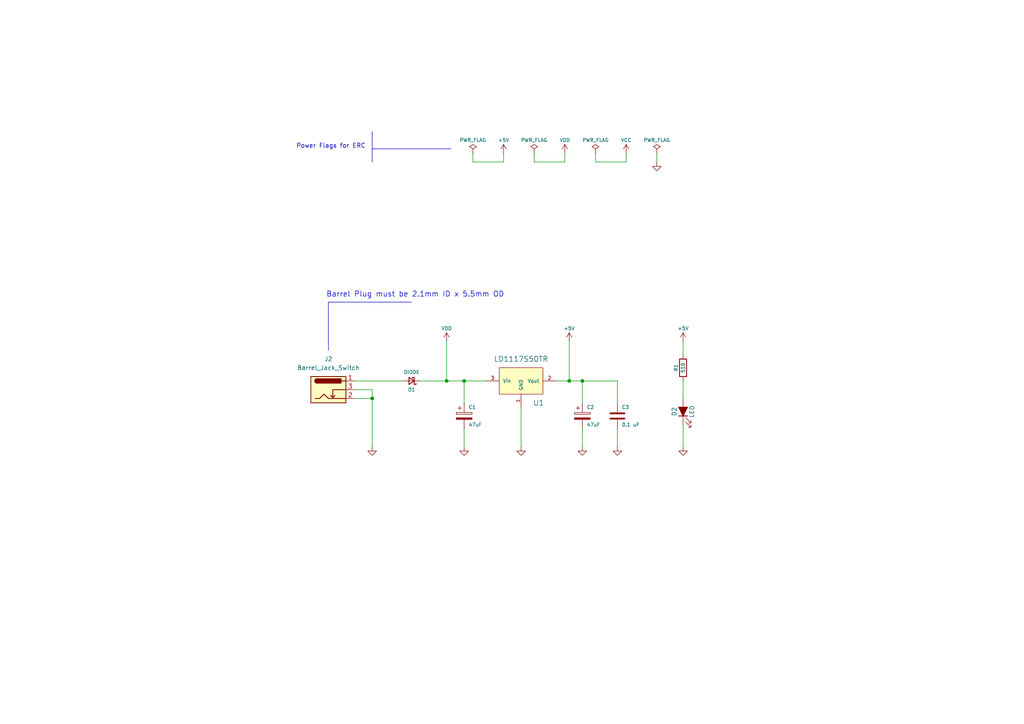
<source format=kicad_sch>
(kicad_sch (version 20230121) (generator eeschema)
  (paper "A4")
  (title_block (title "Arduino UNO R3 Clone") (date "2021-08-06") (rev "1") (company "Rheingold Heavy") (comment 1 "Based on the Arduino UNO R3 From arduino.cc"))
  (lib_symbols
    (symbol "Connector:Barrel_Jack_Switch" (pin_names hide)
      (property "Reference" "J" (at 0 5.334 0))
      (property "Value" "Barrel_Jack_Switch" (at 0 -5.08 0))
      (symbol "Barrel_Jack_Switch_0_1"
        (rectangle (start -5.08 3.81) (end 5.08 -3.81) (stroke (width 0.254)) (fill (type background)))
        (arc (start -3.302 3.175) (mid -3.9343 2.54) (end -3.302 1.905) (stroke (width 0.254)))
        (arc (start -3.302 3.175) (mid -3.9343 2.54) (end -3.302 1.905) (stroke (width 0.254)) (fill (type outline)))
        (polyline (pts (xy 1.27 -2.286) (xy 1.905 -1.651)) (stroke (width 0.254)))
        (polyline (pts (xy 5.08 2.54) (xy 3.81 2.54)) (stroke (width 0.254)))
        (polyline (pts (xy 5.08 0) (xy 1.27 0) (xy 1.27 -2.286) (xy 0.635 -1.651)) (stroke (width 0.254)))
        (polyline (pts (xy -3.81 -2.54) (xy -2.54 -2.54) (xy -1.27 -1.27) (xy 0 -2.54) (xy 2.54 -2.54) (xy 5.08 -2.54)) (stroke (width 0.254)))
        (rectangle (start 3.683 3.175) (end -3.302 1.905) (stroke (width 0.254)) (fill (type outline)))
      )
      (symbol "Barrel_Jack_Switch_1_1"
        (pin passive line (at 7.62 2.54 180) (length 2.54) (name "~") (number "1"))
        (pin passive line (at 7.62 -2.54 180) (length 2.54) (name "~") (number "2"))
        (pin passive line (at 7.62 0 180) (length 2.54) (name "~") (number "3"))
      )
    )
    (symbol "Device:C" (pin_numbers hide) (pin_names (offset 0.254))
      (property "Reference" "C" (at 0.635 2.54 0))
      (property "Value" "C" (at 0.635 -2.54 0))
      (symbol "C_0_1"
        (polyline (pts (xy -2.032 -0.762) (xy 2.032 -0.762)) (stroke (width 0.508)))
        (polyline (pts (xy -2.032 0.762) (xy 2.032 0.762)) (stroke (width 0.508)))
      )
      (symbol "C_1_1"
        (pin passive line (at 0 3.81 270) (length 2.794) (name "~") (number "1"))
        (pin passive line (at 0 -3.81 90) (length 2.794) (name "~") (number "2"))
      )
    )
    (symbol "Device:C_Polarized" (pin_numbers hide) (pin_names (offset 0.254))
      (property "Reference" "C" (at 0.635 2.54 0))
      (property "Value" "C_Polarized" (at 0.635 -2.54 0))
      (symbol "C_Polarized_0_1"
        (rectangle (start -2.286 0.508) (end 2.286 1.016))
        (polyline (pts (xy -1.778 2.286) (xy -0.762 2.286)))
        (polyline (pts (xy -1.27 2.794) (xy -1.27 1.778)))
        (rectangle (start 2.286 -0.508) (end -2.286 -1.016) (fill (type outline)))
      )
      (symbol "C_Polarized_1_1"
        (pin passive line (at 0 3.81 270) (length 2.794) (name "~") (number "1"))
        (pin passive line (at 0 -3.81 90) (length 2.794) (name "~") (number "2"))
      )
    )
    (symbol "Device:D_Schottky_Small" (pin_numbers hide) (pin_names (offset 0.254) hide)
      (property "Reference" "D" (at -1.27 2.032 0))
      (property "Value" "D_Schottky_Small" (at -7.112 -2.032 0))
      (symbol "D_Schottky_Small_0_1"
        (polyline (pts (xy -0.762 0) (xy 0.762 0)))
        (polyline (pts (xy 0.762 -1.016) (xy -0.762 0) (xy 0.762 1.016) (xy 0.762 -1.016)) (stroke (width 0.254)))
        (polyline (pts (xy -1.27 0.762) (xy -1.27 1.016) (xy -0.762 1.016) (xy -0.762 -1.016) (xy -0.254 -1.016) (xy -0.254 -0.762)) (stroke (width 0.254)))
      )
      (symbol "D_Schottky_Small_1_1"
        (pin passive line (at -2.54 0 0) (length 1.778) (name "K") (number "1"))
        (pin passive line (at 2.54 0 180) (length 1.778) (name "A") (number "2"))
      )
    )
    (symbol "Device:LED_Filled" (pin_numbers hide) (pin_names (offset 1.016) hide)
      (property "Reference" "D" (at 0 2.54 0))
      (property "Value" "LED_Filled" (at 0 -2.54 0))
      (symbol "LED_Filled_0_1"
        (polyline (pts (xy -1.27 -1.27) (xy -1.27 1.27)) (stroke (width 0.254)))
        (polyline (pts (xy -1.27 0) (xy 1.27 0)))
        (polyline (pts (xy 1.27 -1.27) (xy 1.27 1.27) (xy -1.27 0) (xy 1.27 -1.27)) (stroke (width 0.254)) (fill (type outline)))
        (polyline (pts (xy -3.048 -0.762) (xy -4.572 -2.286) (xy -3.81 -2.286) (xy -4.572 -2.286) (xy -4.572 -1.524)))
        (polyline (pts (xy -1.778 -0.762) (xy -3.302 -2.286) (xy -2.54 -2.286) (xy -3.302 -2.286) (xy -3.302 -1.524)))
      )
      (symbol "LED_Filled_1_1"
        (pin passive line (at -3.81 0 0) (length 2.54) (name "K") (number "1"))
        (pin passive line (at 3.81 0 180) (length 2.54) (name "A") (number "2"))
      )
    )
    (symbol "Device:R" (pin_numbers hide) (pin_names (offset 0))
      (property "Reference" "R" (at 2.032 0 90))
      (property "Value" "R" (at 0 0 90))
      (symbol "R_0_1"
        (rectangle (start -1.016 -2.54) (end 1.016 2.54) (stroke (width 0.254)))
      )
      (symbol "R_1_1"
        (pin passive line (at 0 3.81 270) (length 1.27) (name "~") (number "1"))
        (pin passive line (at 0 -3.81 90) (length 1.27) (name "~") (number "2"))
      )
    )
    (symbol "MFN_STMicro:LD1117S50TR" (pin_names (offset 1.016))
      (property "Reference" "U" (at 5.08 -6.35 0))
      (property "Value" "LD1117S50TR" (at 0 6.35 0))
      (symbol "LD1117S50TR_0_1"
        (rectangle (start -6.35 -3.81) (end 6.35 3.81) (fill (type background)))
      )
      (symbol "LD1117S50TR_1_1"
        (pin input line (at 0 -7.62 90) (length 3.81) (name "GND") (number "1"))
        (pin input line (at 10.16 0 180) (length 3.81) (name "Vout") (number "2"))
        (pin input line (at -10.16 0 0) (length 3.81) (name "Vin") (number "3"))
      )
    )
    (symbol "power:+5V" (power) (pin_names (offset 0))
      (property "Value" "+5V" (at 0 3.556 0))
      (symbol "+5V_0_1"
        (polyline (pts (xy -0.762 1.27) (xy 0 2.54)))
        (polyline (pts (xy 0 0) (xy 0 2.54)))
        (polyline (pts (xy 0 2.54) (xy 0.762 1.27)))
      )
      (symbol "+5V_1_1"
        (pin power_in line (at 0 0 90) (length 0) hide (name "+5V") (number "1"))
      )
    )
    (symbol "power:GND" (power) (pin_names (offset 0))
      (property "Value" "GND" (at 0 -3.81 0))
      (symbol "GND_0_1"
        (polyline (pts (xy 0 0) (xy 0 -1.27) (xy 1.27 -1.27) (xy 0 -2.54) (xy -1.27 -1.27) (xy 0 -1.27)))
      )
      (symbol "GND_1_1"
        (pin power_in line (at 0 0 270) (length 0) hide (name "GND") (number "1"))
      )
    )
    (symbol "power:PWR_FLAG" (power) (pin_numbers hide) (pin_names (offset 0) hide)
      (property "Value" "PWR_FLAG" (at 0 3.81 0))
      (symbol "PWR_FLAG_0_0"
        (pin power_out line (at 0 0 90) (length 0) (name "pwr") (number "1"))
      )
      (symbol "PWR_FLAG_0_1"
        (polyline (pts (xy 0 0) (xy 0 1.27) (xy -1.016 1.905) (xy 0 2.54) (xy 1.016 1.905) (xy 0 1.27)))
      )
    )
    (symbol "power:VCC" (power) (pin_names (offset 0))
      (property "Value" "VCC" (at 0 3.81 0))
      (symbol "VCC_0_1"
        (polyline (pts (xy -0.762 1.27) (xy 0 2.54)))
        (polyline (pts (xy 0 0) (xy 0 2.54)))
        (polyline (pts (xy 0 2.54) (xy 0.762 1.27)))
      )
      (symbol "VCC_1_1"
        (pin power_in line (at 0 0 90) (length 0) hide (name "VCC") (number "1"))
      )
    )
    (symbol "power:VDD" (power) (pin_names (offset 0))
      (property "Value" "VDD" (at 0 3.81 0))
      (symbol "VDD_0_1"
        (polyline (pts (xy -0.762 1.27) (xy 0 2.54)))
        (polyline (pts (xy 0 0) (xy 0 2.54)))
        (polyline (pts (xy 0 2.54) (xy 0.762 1.27)))
      )
      (symbol "VDD_1_1"
        (pin power_in line (at 0 0 90) (length 0) hide (name "VDD") (number "1"))
      )
    )
  )
  (junction (at 134.62 110.49))
  (junction (at 165.1 110.49))
  (junction (at 129.54 110.49))
  (junction (at 168.91 110.49))
  (junction (at 107.95 115.57))
  (wire (pts (xy 198.12 129.54) (xy 198.12 123.19)))
  (wire (pts (xy 165.1 110.49) (xy 168.91 110.49)))
  (wire (pts (xy 146.05 46.99) (xy 146.05 44.45)))
  (wire (pts (xy 137.16 44.45) (xy 137.16 46.99)))
  (wire (pts (xy 129.54 99.06) (xy 129.54 110.49)))
  (wire (pts (xy 168.91 110.49) (xy 168.91 116.84)))
  (wire (pts (xy 198.12 99.06) (xy 198.12 102.87)))
  (wire (pts (xy 102.87 110.49) (xy 116.84 110.49)))
  (wire (pts (xy 163.83 46.99) (xy 163.83 44.45)))
  (wire (pts (xy 154.94 46.99) (xy 163.83 46.99)))
  (polyline (pts (xy 95.25 87.63) (xy 95.25 101.6)))
  (wire (pts (xy 102.87 113.03) (xy 107.95 113.03)))
  (wire (pts (xy 137.16 46.99) (xy 146.05 46.99)))
  (wire (pts (xy 151.13 129.54) (xy 151.13 118.11)))
  (wire (pts (xy 134.62 124.46) (xy 134.62 129.54)))
  (wire (pts (xy 179.07 110.49) (xy 179.07 116.84)))
  (polyline (pts (xy 95.25 87.63) (xy 119.38 87.63)))
  (wire (pts (xy 121.92 110.49) (xy 129.54 110.49)))
  (wire (pts (xy 154.94 44.45) (xy 154.94 46.99)))
  (wire (pts (xy 134.62 110.49) (xy 140.97 110.49)))
  (wire (pts (xy 129.54 110.49) (xy 134.62 110.49)))
  (wire (pts (xy 181.61 44.45) (xy 181.61 46.99)))
  (wire (pts (xy 168.91 124.46) (xy 168.91 129.54)))
  (wire (pts (xy 179.07 124.46) (xy 179.07 129.54)))
  (wire (pts (xy 172.72 46.99) (xy 181.61 46.99)))
  (wire (pts (xy 102.87 115.57) (xy 107.95 115.57)))
  (wire (pts (xy 198.12 110.49) (xy 198.12 115.57)))
  (wire (pts (xy 161.29 110.49) (xy 165.1 110.49)))
  (wire (pts (xy 107.95 115.57) (xy 107.95 129.54)))
  (wire (pts (xy 134.62 110.49) (xy 134.62 116.84)))
  (wire (pts (xy 107.95 113.03) (xy 107.95 115.57)))
  (wire (pts (xy 190.5 44.45) (xy 190.5 46.99)))
  (wire (pts (xy 172.72 44.45) (xy 172.72 46.99)))
  (wire (pts (xy 168.91 110.49) (xy 179.07 110.49)))
  (polyline (pts (xy 107.95 46.99) (xy 107.95 38.1)))
  (polyline (pts (xy 107.95 43.18) (xy 130.81 43.18)))
  (wire (pts (xy 165.1 99.06) (xy 165.1 110.49)))
  (text "Power Flags for ERC" (at 106.045 43.18 0) (effects (font (size 1.27 1.27)) (justify right bottom)))
  (text "Barrel Plug must be 2.1mm ID x 5.5mm OD" (at 94.615 86.36 0) (effects (font (size 1.524 1.524)) (justify left bottom)))
  (symbol (lib_id "Device:D_Schottky_Small") (at 119.38 110.49 180) (unit 1)
    (property "Reference" "D1" (at 119.38 113.03 0) (effects (font (size 1.016 1.016))))
    (property "Value" "DIODE" (at 119.38 107.95 0) (effects (font (size 1.016 1.016))))
    (property "Footprint" "Diode_SMD:D_SMA" (effects hide))
    (property "Characteristics" "1A, 1000V, SILICON, SIGNAL DIODE, ROHS COMPLIANT, COMPACT, PLASTIC, CASE 403D-02, SMA, 2 PIN" (effects hide))
    (property "Description" "Reverse Voltage Protection Diode" (effects hide))
    (property "MFN" "ON Semi" (effects hide))
    (property "Package ID" "R-PDSO-J2" (effects hide))
    (property "Source" "ANY" (effects hide))
    (property "Critical" "N" (effects hide))
    (property "Subsystem" "Voltage_Reg" (effects hide))
    (property "MPN" "MRA4007T3G" (effects hide))
  )
  (symbol (lib_id "Device:C_Polarized") (at 134.62 120.65 0) (unit 1)
    (property "Reference" "C1" (at 135.89 118.11 0) (effects (font (size 1.016 1.016)) (justify left)))
    (property "Value" "47uF" (at 135.89 123.19 0) (effects (font (size 1.016 1.016)) (justify left)))
    (property "Footprint" "Capacitor_SMD:C_Elec_3x5.4" (effects hide))
    (property "Datasheet" "http://images.ihscontent.net/vipimages/VipMasterIC/IC/BEYS/BEYSS04513/BEYSS04513-1.pdf" (effects hide))
    (property "Characteristics" "CAPACITOR, ALUMINUM ELECTROLYTIC, NON SOLID, POLARIZED, 50 V, 47 uF, SURFACE MOUNT, 3131, CHIP, ROHS COMPLIANT" (effects hide))
    (property "Description" "47uF Low ESR LDO Input Cap" (effects hide))
    (property "MFN" "Vishay" (effects hide))
    (property "Package ID" "SMD 5.0 x 5.0 x 5.3" (effects hide))
    (property "Source" "ANY" (effects hide))
    (property "Critical" "N" (effects hide))
    (property "Subsystem" "Voltage_Reg" (effects hide))
    (property "Notes" "ESR must fall between 0.33Ω and 22Ω" (effects hide))
    (property "MPN" "MAL215371479E3" (effects hide))
  )
  (symbol (lib_id "Device:C") (at 179.07 120.65 0) (unit 1)
    (property "Reference" "C3" (at 180.34 118.11 0) (effects (font (size 1.016 1.016)) (justify left)))
    (property "Value" "0.1 uF" (at 180.34 123.19 0) (effects (font (size 1.016 1.016)) (justify left)))
    (property "Footprint" "Capacitor_SMD:C_0603_1608Metric" (effects hide))
    (property "Datasheet" "http://images.ihscontent.net/vipimages/VipMasterIC/IC/KEME/KEMES10043/KEMES10043-1.pdf" (effects hide))
    (property "Characteristics" "CAPACITOR, CERAMIC, MULTILAYER, 100 V, X7R, 0.1 uF, SURFACE MOUNT, 0805, CHIP, ROHS COMPLIANT" (effects hide))
    (property "Description" "LDO Bypass Cap" (effects hide))
    (property "MFN" "Kemet" (effects hide))
    (property "Package ID" "SMD_0805" (effects hide))
    (property "Source" "ANY" (effects hide))
    (property "Critical" "N" (effects hide))
    (property "Subsystem" "Voltage_Reg" (effects hide))
    (property "MPN" "C0805C104K1RACAUTO" (effects hide))
  )
  (symbol (lib_id "MFN_STMicro:LD1117S50TR") (at 151.13 110.49 0) (unit 1)
    (property "Reference" "U1" (at 156.21 116.84 0) (effects (font (size 1.524 1.524))))
    (property "Value" "LD1117S50TR" (at 151.13 104.14 0) (effects (font (size 1.524 1.524))))
    (property "Footprint" "Package_TO_SOT_SMD:SOT-223" (effects hide))
    (property "Datasheet" "http://www.st.com/st-web-ui/static/active/en/resource/technical/document/datasheet/CD00000544.pdf" (effects hide))
    (property "Characteristics" "5 V FIXED POSITIVE LDO REGULATOR, 1.2 V DROPOUT, PDSO3, ROHS COMPLIANT, SOT-223, 4 PIN" (effects hide))
    (property "Description" "5V Fixed LDO" (effects hide))
    (property "MFN" "STMicroelectronics" (effects hide))
    (property "Package ID" "SOT-223" (effects hide))
    (property "Source" "Any" (effects hide))
    (property "Critical" "N" (effects hide))
    (property "Subsystem" "Voltage_Reg" (effects hide))
    (property "MPN" "LD1117S50TR" (effects hide))
  )
  (symbol (lib_id "Device:C_Polarized") (at 168.91 120.65 0) (unit 1)
    (property "Reference" "C2" (at 170.18 118.11 0) (effects (font (size 1.016 1.016)) (justify left)))
    (property "Value" "47uF" (at 170.18 123.19 0) (effects (font (size 1.016 1.016)) (justify left)))
    (property "Footprint" "Capacitor_SMD:C_Elec_3x5.4" (effects hide))
    (property "Datasheet" "http://images.ihscontent.net/vipimages/VipMasterIC/IC/BEYS/BEYSS04513/BEYSS04513-1.pdf" (effects hide))
    (property "Characteristics" "CAPACITOR, ALUMINUM ELECTROLYTIC, NON SOLID, POLARIZED, 50 V, 47 uF, SURFACE MOUNT, 3131, CHIP, ROHS COMPLIANT" (effects hide))
    (property "Description" "47uF Low ESR LDO Output Cap" (effects hide))
    (property "MFN" "Vishay" (effects hide))
    (property "Package ID" "SMD 5.0 x 5.0 x 5.3" (effects hide))
    (property "Source" "ANY" (effects hide))
    (property "Critical" "N" (effects hide))
    (property "Subsystem" "Voltage_Reg" (effects hide))
    (property "Notes" "ESR must fall between 0.33Ω and 22Ω" (effects hide))
    (property "MPN" "MAL215371479E3" (effects hide))
  )
  (symbol (lib_id "Device:R") (at 198.12 106.68 180) (unit 1)
    (property "Reference" "R1" (at 196.088 106.68 90) (effects (font (size 1.016 1.016))))
    (property "Value" "510" (at 198.12 106.68 90) (effects (font (size 1.016 1.016))))
    (property "Footprint" "Resistor_SMD:R_0603_1608Metric" (effects hide))
    (property "Datasheet" "http://www.yageo.com/pdf/Pu-RC0805_51_PbFree_L_2.pdf" (effects hide))
    (property "Characteristics" "RESISTOR, METAL GLAZE/THICK FILM, 0.125W, 1%, 100ppm, 510ohm, SURFACE MOUNT, 0805" (effects hide))
    (property "Description" "Power On LED Resistor" (effects hide))
    (property "MFN" "Yageo" (effects hide))
    (property "Package ID" "SMD_0805" (effects hide))
    (property "Source" "ANY" (effects hide))
    (property "Critical" "N" (effects hide))
    (property "Subsystem" "Voltage_Reg" (effects hide))
    (property "MPN" "RC0805FR-07510RL" (effects hide))
  )
  (symbol (lib_id "Device:LED_Filled") (at 198.12 119.38 90) (unit 1)
    (property "Reference" "D2" (at 195.58 119.38 0))
    (property "Value" "LED" (at 200.66 119.38 0))
    (property "Footprint" "LED_SMD:LED_0603_1608Metric" (effects hide))
    (property "Datasheet" "http://www.osram-os.com/Graphics/XPic9/00078860_0.pdf" (effects hide))
    (property "Characteristics" "LED CHIPLED 570NM GREEN" (effects hide))
    (property "Description" "Power On Green LED" (effects hide))
    (property "MFN" "OSRAM Opto" (effects hide))
    (property "Package ID" "SMD_0805" (effects hide))
    (property "Source" "ANY" (effects hide))
    (property "Critical" "N" (effects hide))
    (property "Subsystem" "Voltage_Reg" (effects hide))
    (property "MPN" "LG R971-KN-1" (effects hide))
  )
  (symbol (lib_id "power:GND") (at 134.62 129.54 0) (unit 1)
    (property "Reference" "#PWR04" (effects hide))
    (property "Value" "GND" (effects hide))
    (property "Source" "ANY" (effects hide))
    (property "Critical" "N" (effects hide))
  )
  (symbol (lib_id "power:GND") (at 151.13 129.54 0) (unit 1)
    (property "Reference" "#PWR05" (effects hide))
    (property "Value" "GND" (effects hide))
    (property "Source" "ANY" (effects hide))
    (property "Critical" "N" (effects hide))
  )
  (symbol (lib_id "power:GND") (at 168.91 129.54 0) (unit 1)
    (property "Reference" "#PWR06" (effects hide))
    (property "Value" "GND" (effects hide))
    (property "Source" "ANY" (effects hide))
    (property "Critical" "N" (effects hide))
  )
  (symbol (lib_id "power:GND") (at 179.07 129.54 0) (unit 1)
    (property "Reference" "#PWR07" (effects hide))
    (property "Value" "GND" (effects hide))
    (property "Source" "ANY" (effects hide))
    (property "Critical" "N" (effects hide))
  )
  (symbol (lib_id "power:GND") (at 198.12 129.54 0) (unit 1)
    (property "Reference" "#PWR08" (effects hide))
    (property "Value" "GND" (effects hide))
    (property "Source" "ANY" (effects hide))
    (property "Critical" "N" (effects hide))
  )
  (symbol (lib_id "power:GND") (at 107.95 129.54 0) (unit 1)
    (property "Reference" "#PWR09" (effects hide))
    (property "Value" "GND" (effects hide))
    (property "Source" "ANY" (effects hide))
    (property "Critical" "N" (effects hide))
  )
  (symbol (lib_id "power:GND") (at 190.5 46.99 0) (unit 1)
    (property "Reference" "#PWR0102" (effects hide))
    (property "Value" "GND" (effects hide))
    (property "Source" "ANY" (effects hide))
    (property "Critical" "N" (effects hide))
  )
  (symbol (lib_id "power:PWR_FLAG") (at 137.16 44.45 0) (unit 1)
    (property "Reference" "#FLG0102" (effects hide))
    (property "Value" "PWR_FLAG" (at 137.16 40.64 0) (effects (font (size 1.016 1.016))))
  )
  (symbol (lib_id "power:PWR_FLAG") (at 154.94 44.45 0) (unit 1)
    (property "Reference" "#FLG0103" (effects hide))
    (property "Value" "PWR_FLAG" (at 154.94 40.64 0) (effects (font (size 1.016 1.016))))
  )
  (symbol (lib_id "power:PWR_FLAG") (at 190.5 44.45 0) (unit 1)
    (property "Reference" "#FLG0104" (effects hide))
    (property "Value" "PWR_FLAG" (at 190.5 40.64 0) (effects (font (size 1.016 1.016))))
  )
  (symbol (lib_id "power:PWR_FLAG") (at 172.72 44.45 0) (unit 1)
    (property "Reference" "#FLG0105" (effects hide))
    (property "Value" "PWR_FLAG" (at 172.72 40.64 0) (effects (font (size 1.016 1.016))))
  )
  (symbol (lib_id "Connector:Barrel_Jack_Switch") (at 95.25 113.03 0) (unit 1)
    (property "Reference" "J2" (at 95.25 104.14 0))
    (property "Value" "Barrel_Jack_Switch" (at 95.25 106.68 0))
    (property "Footprint" "Connector_BarrelJack:BarrelJack_Wuerth_6941xx301002" (effects hide))
  )
  (symbol (lib_id "power:VCC") (at 181.61 44.45 0) (unit 1)
    (property "Reference" "#PWR0202" (effects hide))
    (property "Value" "VCC" (at 181.61 40.64 0) (effects (font (size 1.016 1.016))))
  )
  (symbol (lib_id "power:VDD") (at 163.83 44.45 0) (unit 1)
    (property "Reference" "#PWR0203" (effects hide))
    (property "Value" "VDD" (at 163.83 40.64 0) (effects (font (size 1.016 1.016))))
  )
  (symbol (lib_id "power:+5V") (at 146.05 44.45 0) (unit 1)
    (property "Reference" "#PWR0204" (effects hide))
    (property "Value" "+5V" (at 146.05 40.64 0) (effects (font (size 1.016 1.016))))
  )
  (symbol (lib_id "power:+5V") (at 165.1 99.06 0) (unit 1)
    (property "Reference" "#PWR0201" (effects hide))
    (property "Value" "+5V" (at 165.1 95.25 0) (effects (font (size 1.016 1.016))))
  )
  (symbol (lib_id "power:+5V") (at 198.12 99.06 0) (unit 1)
    (property "Reference" "#PWR0205" (effects hide))
    (property "Value" "+5V" (at 198.12 95.25 0) (effects (font (size 1.016 1.016))))
  )
  (symbol (lib_id "power:VDD") (at 129.54 99.06 0) (unit 1)
    (property "Reference" "#PWR0206" (effects hide))
    (property "Value" "VDD" (at 129.54 95.25 0) (effects (font (size 1.016 1.016))))
  )
)
</source>
